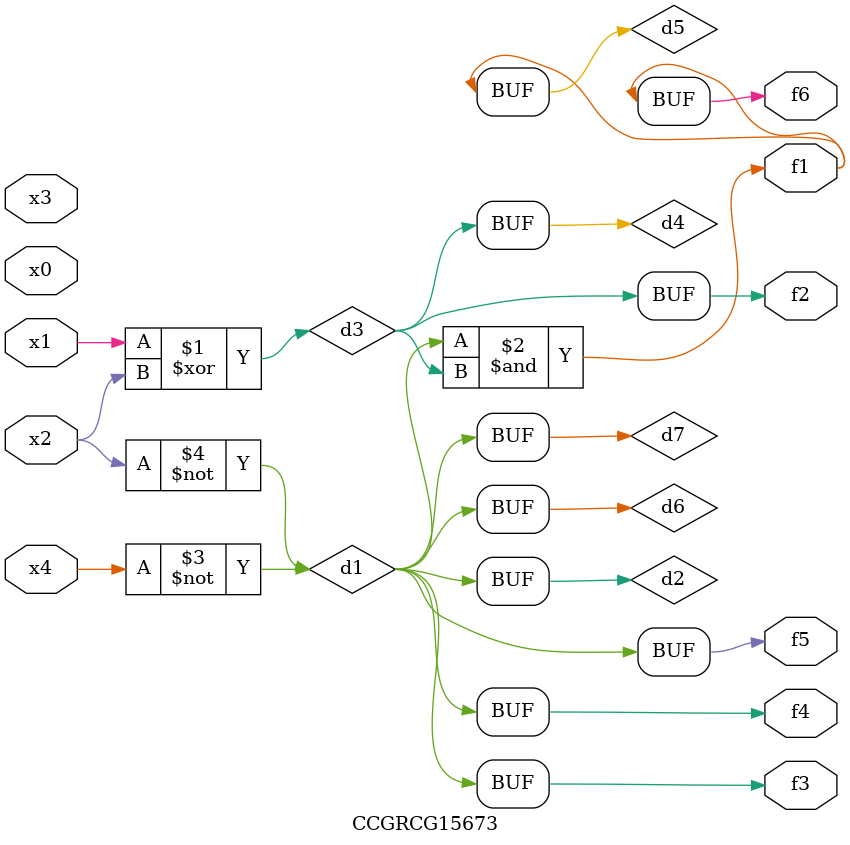
<source format=v>
module CCGRCG15673(
	input x0, x1, x2, x3, x4,
	output f1, f2, f3, f4, f5, f6
);

	wire d1, d2, d3, d4, d5, d6, d7;

	not (d1, x4);
	not (d2, x2);
	xor (d3, x1, x2);
	buf (d4, d3);
	and (d5, d1, d3);
	buf (d6, d1, d2);
	buf (d7, d2);
	assign f1 = d5;
	assign f2 = d4;
	assign f3 = d7;
	assign f4 = d7;
	assign f5 = d7;
	assign f6 = d5;
endmodule

</source>
